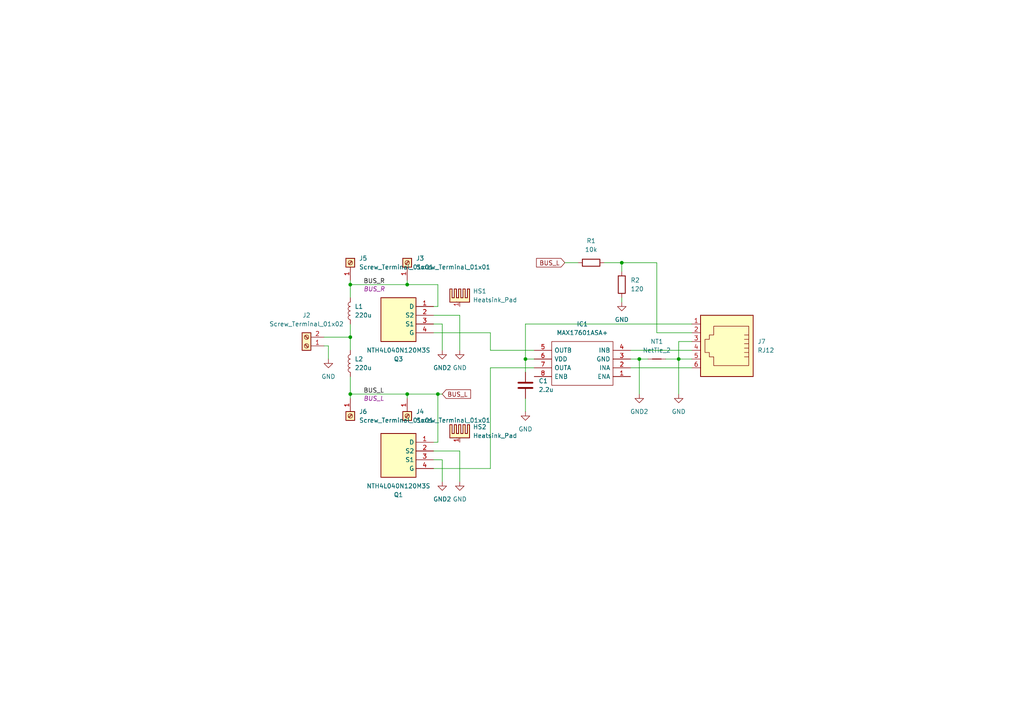
<source format=kicad_sch>
(kicad_sch (version 20230121) (generator eeschema)
  (paper "A4")
  (lib_symbols
    (symbol "Connector:RJ12" (pin_names (offset 1.016))
      (property "Reference" "J" (at -5.08 11.43 0))
      (property "Value" "RJ12" (at 2.54 11.43 0))
      (symbol "RJ12_0_1"
        (polyline (pts (xy -6.35 -1.905) (xy -5.08 -1.905) (xy -5.08 -1.905)))
        (polyline (pts (xy -6.35 -0.635) (xy -5.08 -0.635) (xy -5.08 -0.635)))
        (polyline (pts (xy -6.35 0.635) (xy -5.08 0.635) (xy -5.08 0.635)))
        (polyline (pts (xy -6.35 1.905) (xy -5.08 1.905) (xy -5.08 1.905)))
        (polyline (pts (xy -6.35 3.175) (xy -5.08 3.175) (xy -5.08 3.175)))
        (polyline (pts (xy -5.08 4.445) (xy -6.35 4.445) (xy -6.35 4.445)))
        (polyline (pts (xy -6.35 -4.445) (xy -6.35 6.985) (xy 3.81 6.985) (xy 3.81 4.445) (xy 5.08 4.445) (xy 5.08 3.175) (xy 6.35 3.175) (xy 6.35 -0.635) (xy 5.08 -0.635) (xy 5.08 -1.905) (xy 3.81 -1.905) (xy 3.81 -4.445) (xy -6.35 -4.445) (xy -6.35 -4.445)))
        (rectangle (start 7.62 10.16) (end -7.62 -7.62) (stroke (width 0.254)) (fill (type background)))
      )
      (symbol "RJ12_1_1"
        (pin passive line (at 10.16 -5.08 180) (length 2.54) (name "~") (number "1"))
        (pin passive line (at 10.16 -2.54 180) (length 2.54) (name "~") (number "2"))
        (pin passive line (at 10.16 0 180) (length 2.54) (name "~") (number "3"))
        (pin passive line (at 10.16 2.54 180) (length 2.54) (name "~") (number "4"))
        (pin passive line (at 10.16 5.08 180) (length 2.54) (name "~") (number "5"))
        (pin passive line (at 10.16 7.62 180) (length 2.54) (name "~") (number "6"))
      )
    )
    (symbol "Connector:Screw_Terminal_01x01" (pin_names (offset 1.016) hide)
      (property "Reference" "J" (at 0 2.54 0))
      (property "Value" "Screw_Terminal_01x01" (at 0 -2.54 0))
      (symbol "Screw_Terminal_01x01_1_1"
        (rectangle (start -1.27 1.27) (end 1.27 -1.27) (stroke (width 0.254)) (fill (type background)))
        (polyline (pts (xy -0.5334 0.3302) (xy 0.3302 -0.508)) (stroke (width 0.1524)))
        (polyline (pts (xy -0.3556 0.508) (xy 0.508 -0.3302)) (stroke (width 0.1524)))
        (circle (center 0 0) (radius 0.635) (stroke (width 0.1524)))
        (pin passive line (at -5.08 0 0) (length 3.81) (name "Pin_1") (number "1"))
      )
    )
    (symbol "Connector:Screw_Terminal_01x02" (pin_names (offset 1.016) hide)
      (property "Reference" "J" (at 0 2.54 0))
      (property "Value" "Screw_Terminal_01x02" (at 0 -5.08 0))
      (symbol "Screw_Terminal_01x02_1_1"
        (rectangle (start -1.27 1.27) (end 1.27 -3.81) (stroke (width 0.254)) (fill (type background)))
        (circle (center 0 -2.54) (radius 0.635) (stroke (width 0.1524)))
        (polyline (pts (xy -0.5334 -2.2098) (xy 0.3302 -3.048)) (stroke (width 0.1524)))
        (polyline (pts (xy -0.5334 0.3302) (xy 0.3302 -0.508)) (stroke (width 0.1524)))
        (polyline (pts (xy -0.3556 -2.032) (xy 0.508 -2.8702)) (stroke (width 0.1524)))
        (polyline (pts (xy -0.3556 0.508) (xy 0.508 -0.3302)) (stroke (width 0.1524)))
        (circle (center 0 0) (radius 0.635) (stroke (width 0.1524)))
        (pin passive line (at -5.08 0 0) (length 3.81) (name "Pin_1") (number "1"))
        (pin passive line (at -5.08 -2.54 0) (length 3.81) (name "Pin_2") (number "2"))
      )
    )
    (symbol "Device:C" (pin_numbers hide) (pin_names (offset 0.254))
      (property "Reference" "C" (at 0.635 2.54 0))
      (property "Value" "C" (at 0.635 -2.54 0))
      (symbol "C_0_1"
        (polyline (pts (xy -2.032 -0.762) (xy 2.032 -0.762)) (stroke (width 0.508)))
        (polyline (pts (xy -2.032 0.762) (xy 2.032 0.762)) (stroke (width 0.508)))
      )
      (symbol "C_1_1"
        (pin passive line (at 0 3.81 270) (length 2.794) (name "~") (number "1"))
        (pin passive line (at 0 -3.81 90) (length 2.794) (name "~") (number "2"))
      )
    )
    (symbol "Device:L" (pin_numbers hide) (pin_names (offset 1.016) hide)
      (property "Reference" "L" (at -1.27 0 90))
      (property "Value" "L" (at 1.905 0 90))
      (symbol "L_0_1"
        (arc (start 0 -2.54) (mid 0.6323 -1.905) (end 0 -1.27))
        (arc (start 0 -1.27) (mid 0.6323 -0.635) (end 0 0))
        (arc (start 0 0) (mid 0.6323 0.635) (end 0 1.27))
        (arc (start 0 1.27) (mid 0.6323 1.905) (end 0 2.54))
      )
      (symbol "L_1_1"
        (pin passive line (at 0 3.81 270) (length 1.27) (name "1") (number "1"))
        (pin passive line (at 0 -3.81 90) (length 1.27) (name "2") (number "2"))
      )
    )
    (symbol "Device:NetTie_2" (pin_numbers hide) (pin_names (offset 0) hide) (in_bom no)
      (property "Reference" "NT" (at 0 1.27 0))
      (property "Value" "NetTie_2" (at 0 -1.27 0))
      (symbol "NetTie_2_0_1"
        (polyline (pts (xy -1.27 0) (xy 1.27 0)) (stroke (width 0.254)))
      )
      (symbol "NetTie_2_1_1"
        (pin passive line (at -2.54 0 0) (length 2.54) (name "1") (number "1"))
        (pin passive line (at 2.54 0 180) (length 2.54) (name "2") (number "2"))
      )
    )
    (symbol "Device:R" (pin_numbers hide) (pin_names (offset 0))
      (property "Reference" "R" (at 2.032 0 90))
      (property "Value" "R" (at 0 0 90))
      (symbol "R_0_1"
        (rectangle (start -1.016 -2.54) (end 1.016 2.54) (stroke (width 0.254)))
      )
      (symbol "R_1_1"
        (pin passive line (at 0 3.81 270) (length 1.27) (name "~") (number "1"))
        (pin passive line (at 0 -3.81 90) (length 1.27) (name "~") (number "2"))
      )
    )
    (symbol "Mechanical:Heatsink_Pad" (pin_names (offset 0))
      (property "Reference" "HS" (at 0 5.715 0))
      (property "Value" "Heatsink_Pad" (at 0 3.81 0))
      (symbol "Heatsink_Pad_0_1"
        (polyline (pts (xy -0.3302 0) (xy -0.9652 0) (xy -0.9652 2.54) (xy -1.6002 2.54) (xy -1.6002 0) (xy -2.2352 0) (xy -2.2352 2.54) (xy -2.8702 2.54) (xy -2.8702 -1.27) (xy -0.9652 -1.27)) (stroke (width 0.254)) (fill (type background)))
        (polyline (pts (xy -0.3302 0) (xy -0.3302 2.54) (xy 0.3048 2.54) (xy 0.3048 0) (xy 0.9398 0) (xy 0.9398 2.54) (xy 1.5748 2.54) (xy 1.5748 0) (xy 2.2098 0) (xy 2.2098 2.54) (xy 2.8448 2.54) (xy 2.8448 -1.27) (xy -0.9652 -1.27)) (stroke (width 0.254)) (fill (type background)))
      )
      (symbol "Heatsink_Pad_1_1"
        (pin passive line (at 0 -2.54 90) (length 1.27) (name "~") (number "1"))
      )
    )
    (symbol "custom:MAX17601ASA+" (pin_names (offset 0.762))
      (property "Reference" "IC" (at 24.13 7.62 0))
      (property "Value" "MAX17601ASA+" (at 24.13 5.08 0))
      (symbol "MAX17601ASA+_0_0"
        (pin input line (at 0 0 0) (length 5.08) (name "ENA") (number "1"))
        (pin input line (at 0 -2.54 0) (length 5.08) (name "INA") (number "2"))
        (pin power_in line (at 0 -5.08 0) (length 5.08) (name "GND") (number "3"))
        (pin input line (at 0 -7.62 0) (length 5.08) (name "INB") (number "4"))
        (pin bidirectional line (at 27.94 -7.62 180) (length 5.08) (name "OUTB") (number "5"))
        (pin power_in line (at 27.94 -5.08 180) (length 5.08) (name "VDD") (number "6"))
        (pin bidirectional line (at 27.94 -2.54 180) (length 5.08) (name "OUTA") (number "7"))
        (pin input line (at 27.94 0 180) (length 5.08) (name "ENB") (number "8"))
      )
      (symbol "MAX17601ASA+_0_1"
        (polyline (pts (xy 5.08 2.54) (xy 22.86 2.54) (xy 22.86 -10.16) (xy 5.08 -10.16) (xy 5.08 2.54)) (stroke (width 0.1524)))
      )
    )
    (symbol "custom:NTH4L040N120M3S"
      (property "Reference" "Q" (at 16.51 7.62 0))
      (property "Value" "NTH4L040N120M3S" (at 16.51 5.08 0))
      (symbol "NTH4L040N120M3S_1_1"
        (rectangle (start 5.08 2.54) (end 15.24 -10.16) (stroke (width 0.254)) (fill (type background)))
        (pin passive line (at 0 0 0) (length 5.08) (name "D") (number "1"))
        (pin passive line (at 0 -2.54 0) (length 5.08) (name "S2") (number "2"))
        (pin passive line (at 0 -5.08 0) (length 5.08) (name "S1") (number "3"))
        (pin passive line (at 0 -7.62 0) (length 5.08) (name "G") (number "4"))
      )
    )
    (symbol "power:GND" (power) (pin_names (offset 0))
      (property "Value" "GND" (at 0 -3.81 0))
      (symbol "GND_0_1"
        (polyline (pts (xy 0 0) (xy 0 -1.27) (xy 1.27 -1.27) (xy 0 -2.54) (xy -1.27 -1.27) (xy 0 -1.27)))
      )
      (symbol "GND_1_1"
        (pin power_in line (at 0 0 270) (length 0) hide (name "GND") (number "1"))
      )
    )
    (symbol "power:GND2" (power) (pin_names (offset 0))
      (property "Value" "GND2" (at 0 -3.81 0))
      (symbol "GND2_0_1"
        (polyline (pts (xy 0 0) (xy 0 -1.27) (xy 1.27 -1.27) (xy 0 -2.54) (xy -1.27 -1.27) (xy 0 -1.27)))
      )
      (symbol "GND2_1_1"
        (pin power_in line (at 0 0 270) (length 0) hide (name "GND2") (number "1"))
      )
    )
  )
  (junction (at 185.42 104.14))
  (junction (at 101.6 114.3))
  (junction (at 101.6 82.55))
  (junction (at 118.11 82.55))
  (junction (at 101.6 97.79))
  (junction (at 196.85 104.14))
  (junction (at 180.34 76.2))
  (junction (at 118.11 114.3))
  (junction (at 127 114.3))
  (junction (at 152.4 104.14))
  (wire (pts (xy 180.34 86.36) (xy 180.34 87.63)))
  (wire (pts (xy 93.98 97.79) (xy 101.6 97.79)))
  (wire (pts (xy 142.24 106.68) (xy 142.24 135.89)))
  (wire (pts (xy 200.66 99.06) (xy 196.85 99.06)))
  (wire (pts (xy 182.88 101.6) (xy 200.66 101.6)))
  (wire (pts (xy 152.4 104.14) (xy 152.4 107.95)))
  (wire (pts (xy 125.73 133.35) (xy 128.27 133.35)))
  (wire (pts (xy 133.35 130.81) (xy 133.35 139.7)))
  (wire (pts (xy 101.6 82.55) (xy 118.11 82.55)))
  (wire (pts (xy 196.85 104.14) (xy 196.85 114.3)))
  (wire (pts (xy 154.94 101.6) (xy 142.24 101.6)))
  (wire (pts (xy 125.73 135.89) (xy 142.24 135.89)))
  (wire (pts (xy 154.94 104.14) (xy 152.4 104.14)))
  (wire (pts (xy 190.5 96.52) (xy 200.66 96.52)))
  (wire (pts (xy 118.11 81.28) (xy 118.11 82.55)))
  (wire (pts (xy 193.04 104.14) (xy 196.85 104.14)))
  (wire (pts (xy 125.73 130.81) (xy 133.35 130.81)))
  (wire (pts (xy 128.27 93.98) (xy 128.27 101.6)))
  (wire (pts (xy 125.73 128.27) (xy 127 128.27)))
  (wire (pts (xy 101.6 86.36) (xy 101.6 82.55)))
  (wire (pts (xy 95.25 100.33) (xy 95.25 104.14)))
  (wire (pts (xy 118.11 114.3) (xy 127 114.3)))
  (wire (pts (xy 101.6 81.28) (xy 101.6 82.55)))
  (wire (pts (xy 101.6 97.79) (xy 101.6 101.6)))
  (wire (pts (xy 118.11 114.3) (xy 118.11 115.57)))
  (wire (pts (xy 118.11 82.55) (xy 127 82.55)))
  (wire (pts (xy 133.35 91.44) (xy 133.35 101.6)))
  (wire (pts (xy 196.85 99.06) (xy 196.85 104.14)))
  (wire (pts (xy 142.24 96.52) (xy 142.24 101.6)))
  (wire (pts (xy 101.6 93.98) (xy 101.6 97.79)))
  (wire (pts (xy 154.94 106.68) (xy 142.24 106.68)))
  (wire (pts (xy 125.73 93.98) (xy 128.27 93.98)))
  (wire (pts (xy 190.5 76.2) (xy 180.34 76.2)))
  (wire (pts (xy 152.4 93.98) (xy 200.66 93.98)))
  (wire (pts (xy 128.27 133.35) (xy 128.27 139.7)))
  (wire (pts (xy 182.88 104.14) (xy 185.42 104.14)))
  (wire (pts (xy 127 114.3) (xy 128.27 114.3)))
  (wire (pts (xy 101.6 114.3) (xy 101.6 115.57)))
  (wire (pts (xy 180.34 76.2) (xy 180.34 78.74)))
  (wire (pts (xy 185.42 104.14) (xy 185.42 114.3)))
  (wire (pts (xy 125.73 91.44) (xy 133.35 91.44)))
  (wire (pts (xy 125.73 96.52) (xy 142.24 96.52)))
  (wire (pts (xy 182.88 106.68) (xy 200.66 106.68)))
  (wire (pts (xy 127 114.3) (xy 127 128.27)))
  (wire (pts (xy 93.98 100.33) (xy 95.25 100.33)))
  (wire (pts (xy 175.26 76.2) (xy 180.34 76.2)))
  (wire (pts (xy 185.42 104.14) (xy 187.96 104.14)))
  (wire (pts (xy 196.85 104.14) (xy 200.66 104.14)))
  (wire (pts (xy 101.6 109.22) (xy 101.6 114.3)))
  (wire (pts (xy 190.5 96.52) (xy 190.5 76.2)))
  (wire (pts (xy 163.83 76.2) (xy 167.64 76.2)))
  (wire (pts (xy 152.4 93.98) (xy 152.4 104.14)))
  (wire (pts (xy 101.6 114.3) (xy 118.11 114.3)))
  (wire (pts (xy 127 82.55) (xy 127 88.9)))
  (wire (pts (xy 125.73 88.9) (xy 127 88.9)))
  (wire (pts (xy 152.4 115.57) (xy 152.4 119.38)))
  (label "BUS_L" (at 105.41 114.3 0) (property "Netclass" "BUS_L" (at 105.41 115.57 0) (effects (font italic) (justify left))))
  (label "BUS_R" (at 105.41 82.55 0) (property "Netclass" "BUS_R" (at 105.41 83.82 0) (effects (font italic) (justify left))))
  (global_label "BUS_L" (shape input) (at 128.27 114.3 0) (property "Intersheetrefs" "${INTERSHEET_REFS}" (effects hide)))
  (global_label "BUS_L" (shape input) (at 163.83 76.2 180) (property "Intersheetrefs" "${INTERSHEET_REFS}" (effects hide)))
  (symbol (lib_id "power:GND2") (at 185.42 114.3 0) (unit 1)
    (property "Reference" "#PWR07" (effects hide))
    (property "Value" "GND2" (at 185.42 119.38 0))
  )
  (symbol (lib_id "Connector:Screw_Terminal_01x02") (at 88.9 100.33 180) (unit 1)
    (property "Reference" "J2" (at 88.9 91.44 0))
    (property "Value" "Screw_Terminal_01x02" (at 88.9 93.98 0))
    (property "Footprint" "Connector_Phoenix_MSTB:PhoenixContact_MSTBVA_2,5_2-G_1x02_P5.00mm_Vertical" (effects hide))
    (property "Datasheet" "https://nl.mouser.com/datasheet/2/670/tb007_508-2306759.pdf" (effects hide))
    (property "MPN" "TB007-508-02BE " (effects hide))
  )
  (symbol (lib_id "Device:R") (at 171.45 76.2 90) (unit 1)
    (property "Reference" "R1" (at 171.45 69.85 90))
    (property "Value" "10k" (at 171.45 72.39 90))
    (property "Footprint" "Resistor_SMD:R_0805_2012Metric" (effects hide))
  )
  (symbol (lib_id "custom:NTH4L040N120M3S") (at 125.73 88.9 0) (mirror y) (unit 1)
    (property "Reference" "Q3" (at 115.57 104.14 0))
    (property "Value" "NTH4L040N120M3S" (at 115.57 101.6 0))
    (property "Footprint" "NTH4L040N120M3S" (effects hide))
    (property "Datasheet" "https://www.onsemi.com/products/discrete-power-modules/silicon-carbide-sic/silicon-carbide-sic-mosfets/nth4l040n120m3s" (effects hide))
    (property "Height" "25.56" (effects hide))
    (property "Mouser Part Number" "863-NTH4L040N120M3S" (effects hide))
    (property "Mouser Price/Stock" "https://www.mouser.co.uk/ProductDetail/onsemi/NTH4L040N120M3S?qs=IPgv5n7u5QbFDhk%2FsYQP9g%3D%3D" (effects hide))
    (property "Manufacturer_Name" "onsemi" (effects hide))
    (property "Manufacturer_Part_Number" "NTH4L040N120M3S" (effects hide))
  )
  (symbol (lib_id "Device:R") (at 180.34 82.55 0) (unit 1)
    (property "Reference" "R2" (at 182.88 81.28 0) (effects (justify left)))
    (property "Value" "120" (at 182.88 83.82 0) (effects (justify left)))
    (property "Footprint" "Resistor_SMD:R_0805_2012Metric" (effects hide))
  )
  (symbol (lib_id "Device:L") (at 101.6 105.41 180) (unit 1)
    (property "Reference" "L2" (at 102.87 104.14 0) (effects (justify right)))
    (property "Value" "220u" (at 102.87 106.68 0) (effects (justify right)))
    (property "Footprint" "Inductor_THT:L_Toroid_Vertical_L31.8mm_W15.9mm_P13.50mm_Bourns_5700" (effects hide))
    (property "Datasheet" "https://nl.mouser.com/datasheet/2/54/2300ht_series-776374.pdf" (effects hide))
    (property "MPN" "2300HT-221-V-RC " (effects hide))
  )
  (symbol (lib_id "power:GND") (at 133.35 101.6 0) (unit 1)
    (property "Reference" "#PWR02" (effects hide))
    (property "Value" "GND" (at 133.35 106.68 0))
  )
  (symbol (lib_id "Connector:Screw_Terminal_01x01") (at 118.11 76.2 90) (unit 1)
    (property "Reference" "J3" (at 120.65 74.93 90) (effects (justify right)))
    (property "Value" "Screw_Terminal_01x01" (at 120.65 77.47 90) (effects (justify right)))
    (property "Footprint" "Connector:Banana_Jack_1Pin" (effects hide))
  )
  (symbol (lib_id "Device:L") (at 101.6 90.17 180) (unit 1)
    (property "Reference" "L1" (at 102.87 88.9 0) (effects (justify right)))
    (property "Value" "220u" (at 102.87 91.44 0) (effects (justify right)))
    (property "Footprint" "Inductor_THT:L_Toroid_Vertical_L31.8mm_W15.9mm_P13.50mm_Bourns_5700" (effects hide))
    (property "Datasheet" "https://nl.mouser.com/datasheet/2/54/2300ht_series-776374.pdf" (effects hide))
    (property "MPN" "2300HT-221-V-RC " (effects hide))
  )
  (symbol (lib_id "power:GND") (at 196.85 114.3 0) (unit 1)
    (property "Reference" "#PWR010" (effects hide))
    (property "Value" "GND" (at 196.85 119.38 0))
  )
  (symbol (lib_id "Device:C") (at 152.4 111.76 0) (unit 1)
    (property "Reference" "C1" (at 156.21 110.49 0) (effects (justify left)))
    (property "Value" "2.2u" (at 156.21 113.03 0) (effects (justify left)))
    (property "Footprint" "Capacitor_SMD:C_0805_2012Metric" (effects hide))
  )
  (symbol (lib_id "power:GND2") (at 128.27 139.7 0) (unit 1)
    (property "Reference" "#PWR08" (effects hide))
    (property "Value" "GND2" (at 128.27 144.78 0))
  )
  (symbol (lib_id "Connector:Screw_Terminal_01x01") (at 101.6 120.65 270) (unit 1)
    (property "Reference" "J6" (at 104.14 119.38 90) (effects (justify left)))
    (property "Value" "Screw_Terminal_01x01" (at 104.14 121.92 90) (effects (justify left)))
    (property "Footprint" "Connector:Banana_Jack_1Pin" (effects hide))
  )
  (symbol (lib_id "power:GND") (at 95.25 104.14 0) (unit 1)
    (property "Reference" "#PWR01" (effects hide))
    (property "Value" "GND" (at 95.25 109.22 0))
  )
  (symbol (lib_id "power:GND") (at 180.34 87.63 0) (unit 1)
    (property "Reference" "#PWR05" (effects hide))
    (property "Value" "GND" (at 180.34 92.71 0))
  )
  (symbol (lib_id "power:GND2") (at 128.27 101.6 0) (unit 1)
    (property "Reference" "#PWR06" (effects hide))
    (property "Value" "GND2" (at 128.27 106.68 0))
  )
  (symbol (lib_id "custom:NTH4L040N120M3S") (at 125.73 128.27 0) (mirror y) (unit 1)
    (property "Reference" "Q1" (at 115.57 143.51 0))
    (property "Value" "NTH4L040N120M3S" (at 115.57 140.97 0))
    (property "Footprint" "NTH4L040N120M3S" (effects hide))
    (property "Datasheet" "https://www.onsemi.com/products/discrete-power-modules/silicon-carbide-sic/silicon-carbide-sic-mosfets/nth4l040n120m3s" (effects hide))
    (property "Height" "25.56" (effects hide))
    (property "Mouser Part Number" "863-NTH4L040N120M3S" (effects hide))
    (property "Mouser Price/Stock" "https://www.mouser.co.uk/ProductDetail/onsemi/NTH4L040N120M3S?qs=IPgv5n7u5QbFDhk%2FsYQP9g%3D%3D" (effects hide))
    (property "Manufacturer_Name" "onsemi" (effects hide))
    (property "Manufacturer_Part_Number" "NTH4L040N120M3S" (effects hide))
  )
  (symbol (lib_id "Connector:RJ12") (at 210.82 99.06 180) (unit 1)
    (property "Reference" "J7" (at 219.71 99.06 0) (effects (justify right)))
    (property "Value" "RJ12" (at 219.71 101.6 0) (effects (justify right)))
    (property "Footprint" "Connector_RJ:RJ12_Amphenol_54601" (effects hide))
    (property "Datasheet" "https://cdn.amphenol-cs.com/media/wysiwyg/files/documentation/datasheet/inputoutput/io_modularjack.pdf" (effects hide))
    (property "MPN" "54601-906WPLF " (effects hide))
  )
  (symbol (lib_id "power:GND") (at 133.35 139.7 0) (unit 1)
    (property "Reference" "#PWR03" (effects hide))
    (property "Value" "GND" (at 133.35 144.78 0))
  )
  (symbol (lib_id "custom:MAX17601ASA+") (at 182.88 109.22 180) (unit 1)
    (property "Reference" "IC1" (at 168.91 93.98 0))
    (property "Value" "MAX17601ASA+" (at 168.91 96.52 0))
    (property "Footprint" "SOIC127P600X175-8N" (effects hide))
    (property "Datasheet" "https://componentsearchengine.com/Datasheets/1/MAX17601ASA+.pdf" (effects hide))
    (property "Description" "Gate Drivers 4A Sink/Source 12ns Dual MOSFET Driver" (effects hide))
    (property "Height" "1.75" (effects hide))
    (property "Manufacturer_Name" "Analog Devices" (effects hide))
    (property "Manufacturer_Part_Number" "MAX17601ASA+" (effects hide))
    (property "Mouser Part Number" "700-MAX17601ASA+" (effects hide))
    (property "Mouser Price/Stock" "https://www.mouser.co.uk/ProductDetail/Maxim-Integrated/MAX17601ASA%2b?qs=DpXtmBtLSjq%2FCIwAtTzJGw%3D%3D" (effects hide))
    (property "Arrow Part Number" "MAX17601ASA+" (effects hide))
    (property "Arrow Price/Stock" "https://www.arrow.com/en/products/max17601asa/maxim-integrated?region=nac" (effects hide))
  )
  (symbol (lib_id "Mechanical:Heatsink_Pad") (at 133.35 125.73 0) (unit 1)
    (property "Reference" "HS2" (at 137.16 123.8249 0) (effects (justify left)))
    (property "Value" "Heatsink_Pad" (at 137.16 126.3649 0) (effects (justify left)))
    (property "Footprint" "Heatsink:Heatsink_Fischer_SK129-STS_42x25mm_2xDrill2.5mm" (effects hide))
    (property "MPN" "6398BG" (effects hide))
  )
  (symbol (lib_id "power:GND") (at 152.4 119.38 0) (unit 1)
    (property "Reference" "#PWR04" (effects hide))
    (property "Value" "GND" (at 152.4 124.46 0))
  )
  (symbol (lib_id "Connector:Screw_Terminal_01x01") (at 118.11 120.65 270) (unit 1)
    (property "Reference" "J4" (at 120.65 119.38 90) (effects (justify left)))
    (property "Value" "Screw_Terminal_01x01" (at 120.65 121.92 90) (effects (justify left)))
    (property "Footprint" "Connector:Banana_Jack_1Pin" (effects hide))
  )
  (symbol (lib_id "Connector:Screw_Terminal_01x01") (at 101.6 76.2 90) (unit 1)
    (property "Reference" "J5" (at 104.14 74.93 90) (effects (justify right)))
    (property "Value" "Screw_Terminal_01x01" (at 104.14 77.47 90) (effects (justify right)))
    (property "Footprint" "Connector:Banana_Jack_1Pin" (effects hide))
  )
  (symbol (lib_id "Device:NetTie_2") (at 190.5 104.14 0) (unit 1) (in_bom no)
    (property "Reference" "NT1" (at 190.5 99.06 0))
    (property "Value" "NetTie_2" (at 190.5 101.6 0))
    (property "Footprint" "NetTie:NetTie-2_SMD_Pad2.0mm" (effects hide))
  )
  (symbol (lib_id "Mechanical:Heatsink_Pad") (at 133.35 86.36 0) (unit 1)
    (property "Reference" "HS1" (at 137.16 84.4549 0) (effects (justify left)))
    (property "Value" "Heatsink_Pad" (at 137.16 86.9949 0) (effects (justify left)))
    (property "Footprint" "Heatsink:Heatsink_Fischer_SK129-STS_42x25mm_2xDrill2.5mm" (effects hide))
    (property "MPN" "6398BG" (effects hide))
  )
)
</source>
